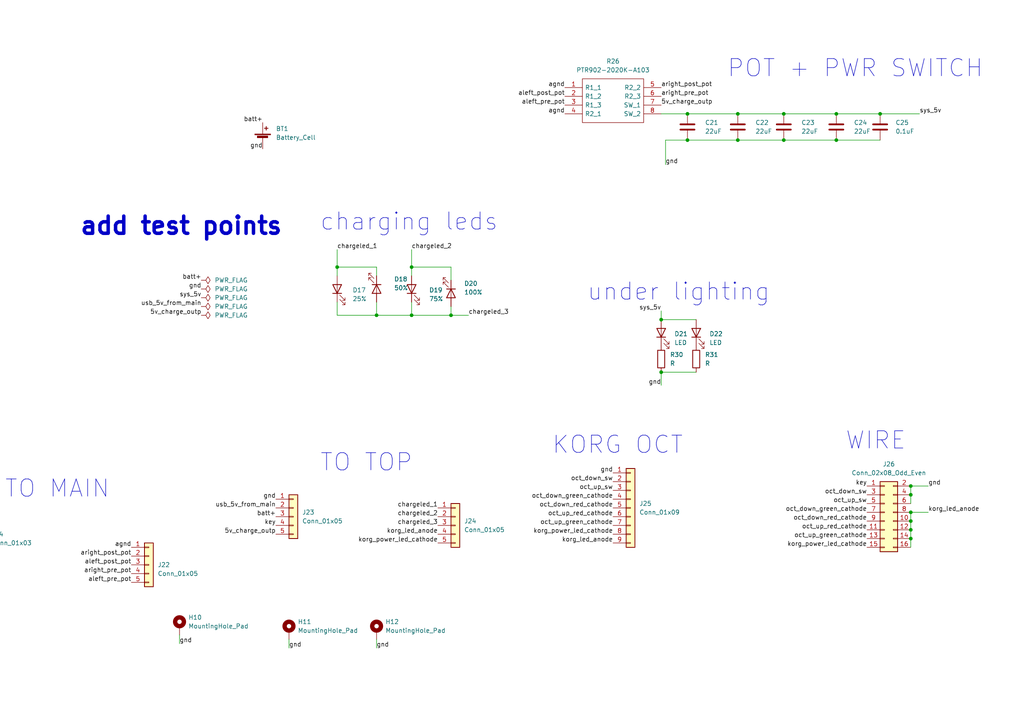
<source format=kicad_sch>
(kicad_sch (version 20211123) (generator eeschema)
  (paper "A4")
  (lib_symbols
    (symbol "Connector_Generic:Conn_01x03" (pin_names (offset 1.016) hide)
      (property "Reference" "J" (at 0 5.08 0))
      (property "Value" "Conn_01x03" (at 0 -5.08 0))
      (symbol "Conn_01x03_1_1"
        (rectangle (start -1.27 -2.413) (end 0 -2.667) (stroke (width 0.1524)))
        (rectangle (start -1.27 0.127) (end 0 -0.127) (stroke (width 0.1524)))
        (rectangle (start -1.27 2.667) (end 0 2.413) (stroke (width 0.1524)))
        (rectangle (start -1.27 3.81) (end 1.27 -3.81) (stroke (width 0.254)) (fill (type background)))
        (pin passive line (at -5.08 2.54 0) (length 3.81) (name "Pin_1") (number "1"))
        (pin passive line (at -5.08 0 0) (length 3.81) (name "Pin_2") (number "2"))
        (pin passive line (at -5.08 -2.54 0) (length 3.81) (name "Pin_3") (number "3"))
      )
    )
    (symbol "Connector_Generic:Conn_01x05" (pin_names (offset 1.016) hide)
      (property "Reference" "J" (at 0 7.62 0))
      (property "Value" "Conn_01x05" (at 0 -7.62 0))
      (symbol "Conn_01x05_1_1"
        (rectangle (start -1.27 -4.953) (end 0 -5.207) (stroke (width 0.1524)))
        (rectangle (start -1.27 -2.413) (end 0 -2.667) (stroke (width 0.1524)))
        (rectangle (start -1.27 0.127) (end 0 -0.127) (stroke (width 0.1524)))
        (rectangle (start -1.27 2.667) (end 0 2.413) (stroke (width 0.1524)))
        (rectangle (start -1.27 5.207) (end 0 4.953) (stroke (width 0.1524)))
        (rectangle (start -1.27 6.35) (end 1.27 -6.35) (stroke (width 0.254)) (fill (type background)))
        (pin passive line (at -5.08 5.08 0) (length 3.81) (name "Pin_1") (number "1"))
        (pin passive line (at -5.08 2.54 0) (length 3.81) (name "Pin_2") (number "2"))
        (pin passive line (at -5.08 0 0) (length 3.81) (name "Pin_3") (number "3"))
        (pin passive line (at -5.08 -2.54 0) (length 3.81) (name "Pin_4") (number "4"))
        (pin passive line (at -5.08 -5.08 0) (length 3.81) (name "Pin_5") (number "5"))
      )
    )
    (symbol "Connector_Generic:Conn_01x09" (pin_names (offset 1.016) hide)
      (property "Reference" "J" (at 0 12.7 0))
      (property "Value" "Conn_01x09" (at 0 -12.7 0))
      (symbol "Conn_01x09_1_1"
        (rectangle (start -1.27 -10.033) (end 0 -10.287) (stroke (width 0.1524)))
        (rectangle (start -1.27 -7.493) (end 0 -7.747) (stroke (width 0.1524)))
        (rectangle (start -1.27 -4.953) (end 0 -5.207) (stroke (width 0.1524)))
        (rectangle (start -1.27 -2.413) (end 0 -2.667) (stroke (width 0.1524)))
        (rectangle (start -1.27 0.127) (end 0 -0.127) (stroke (width 0.1524)))
        (rectangle (start -1.27 2.667) (end 0 2.413) (stroke (width 0.1524)))
        (rectangle (start -1.27 5.207) (end 0 4.953) (stroke (width 0.1524)))
        (rectangle (start -1.27 7.747) (end 0 7.493) (stroke (width 0.1524)))
        (rectangle (start -1.27 10.287) (end 0 10.033) (stroke (width 0.1524)))
        (rectangle (start -1.27 11.43) (end 1.27 -11.43) (stroke (width 0.254)) (fill (type background)))
        (pin passive line (at -5.08 10.16 0) (length 3.81) (name "Pin_1") (number "1"))
        (pin passive line (at -5.08 7.62 0) (length 3.81) (name "Pin_2") (number "2"))
        (pin passive line (at -5.08 5.08 0) (length 3.81) (name "Pin_3") (number "3"))
        (pin passive line (at -5.08 2.54 0) (length 3.81) (name "Pin_4") (number "4"))
        (pin passive line (at -5.08 0 0) (length 3.81) (name "Pin_5") (number "5"))
        (pin passive line (at -5.08 -2.54 0) (length 3.81) (name "Pin_6") (number "6"))
        (pin passive line (at -5.08 -5.08 0) (length 3.81) (name "Pin_7") (number "7"))
        (pin passive line (at -5.08 -7.62 0) (length 3.81) (name "Pin_8") (number "8"))
        (pin passive line (at -5.08 -10.16 0) (length 3.81) (name "Pin_9") (number "9"))
      )
    )
    (symbol "Connector_Generic:Conn_02x08_Odd_Even" (pin_names (offset 1.016) hide)
      (property "Reference" "J" (at 1.27 10.16 0))
      (property "Value" "Conn_02x08_Odd_Even" (at 1.27 -12.7 0))
      (symbol "Conn_02x08_Odd_Even_1_1"
        (rectangle (start -1.27 -10.033) (end 0 -10.287) (stroke (width 0.1524)))
        (rectangle (start -1.27 -7.493) (end 0 -7.747) (stroke (width 0.1524)))
        (rectangle (start -1.27 -4.953) (end 0 -5.207) (stroke (width 0.1524)))
        (rectangle (start -1.27 -2.413) (end 0 -2.667) (stroke (width 0.1524)))
        (rectangle (start -1.27 0.127) (end 0 -0.127) (stroke (width 0.1524)))
        (rectangle (start -1.27 2.667) (end 0 2.413) (stroke (width 0.1524)))
        (rectangle (start -1.27 5.207) (end 0 4.953) (stroke (width 0.1524)))
        (rectangle (start -1.27 7.747) (end 0 7.493) (stroke (width 0.1524)))
        (rectangle (start -1.27 8.89) (end 3.81 -11.43) (stroke (width 0.254)) (fill (type background)))
        (rectangle (start 3.81 -10.033) (end 2.54 -10.287) (stroke (width 0.1524)))
        (rectangle (start 3.81 -7.493) (end 2.54 -7.747) (stroke (width 0.1524)))
        (rectangle (start 3.81 -4.953) (end 2.54 -5.207) (stroke (width 0.1524)))
        (rectangle (start 3.81 -2.413) (end 2.54 -2.667) (stroke (width 0.1524)))
        (rectangle (start 3.81 0.127) (end 2.54 -0.127) (stroke (width 0.1524)))
        (rectangle (start 3.81 2.667) (end 2.54 2.413) (stroke (width 0.1524)))
        (rectangle (start 3.81 5.207) (end 2.54 4.953) (stroke (width 0.1524)))
        (rectangle (start 3.81 7.747) (end 2.54 7.493) (stroke (width 0.1524)))
        (pin passive line (at -5.08 7.62 0) (length 3.81) (name "Pin_1") (number "1"))
        (pin passive line (at 7.62 -2.54 180) (length 3.81) (name "Pin_10") (number "10"))
        (pin passive line (at -5.08 -5.08 0) (length 3.81) (name "Pin_11") (number "11"))
        (pin passive line (at 7.62 -5.08 180) (length 3.81) (name "Pin_12") (number "12"))
        (pin passive line (at -5.08 -7.62 0) (length 3.81) (name "Pin_13") (number "13"))
        (pin passive line (at 7.62 -7.62 180) (length 3.81) (name "Pin_14") (number "14"))
        (pin passive line (at -5.08 -10.16 0) (length 3.81) (name "Pin_15") (number "15"))
        (pin passive line (at 7.62 -10.16 180) (length 3.81) (name "Pin_16") (number "16"))
        (pin passive line (at 7.62 7.62 180) (length 3.81) (name "Pin_2") (number "2"))
        (pin passive line (at -5.08 5.08 0) (length 3.81) (name "Pin_3") (number "3"))
        (pin passive line (at 7.62 5.08 180) (length 3.81) (name "Pin_4") (number "4"))
        (pin passive line (at -5.08 2.54 0) (length 3.81) (name "Pin_5") (number "5"))
        (pin passive line (at 7.62 2.54 180) (length 3.81) (name "Pin_6") (number "6"))
        (pin passive line (at -5.08 0 0) (length 3.81) (name "Pin_7") (number "7"))
        (pin passive line (at 7.62 0 180) (length 3.81) (name "Pin_8") (number "8"))
        (pin passive line (at -5.08 -2.54 0) (length 3.81) (name "Pin_9") (number "9"))
      )
    )
    (symbol "Device:Battery_Cell" (pin_numbers hide) (pin_names (offset 0) hide)
      (property "Reference" "BT" (at 2.54 2.54 0))
      (property "Value" "Battery_Cell" (at 2.54 0 0))
      (symbol "Battery_Cell_0_1"
        (rectangle (start -2.286 1.778) (end 2.286 1.524) (fill (type outline)))
        (rectangle (start -1.5748 1.1938) (end 1.4732 0.6858) (fill (type outline)))
        (polyline (pts (xy 0 0.762) (xy 0 0)))
        (polyline (pts (xy 0 1.778) (xy 0 2.54)))
        (polyline (pts (xy 0.508 3.429) (xy 1.524 3.429)) (stroke (width 0.254)))
        (polyline (pts (xy 1.016 3.937) (xy 1.016 2.921)) (stroke (width 0.254)))
      )
      (symbol "Battery_Cell_1_1"
        (pin passive line (at 0 5.08 270) (length 2.54) (name "+") (number "1"))
        (pin passive line (at 0 -2.54 90) (length 2.54) (name "-") (number "2"))
      )
    )
    (symbol "Device:C" (pin_numbers hide) (pin_names (offset 0.254))
      (property "Reference" "C" (at 0.635 2.54 0))
      (property "Value" "C" (at 0.635 -2.54 0))
      (symbol "C_0_1"
        (polyline (pts (xy -2.032 -0.762) (xy 2.032 -0.762)) (stroke (width 0.508)))
        (polyline (pts (xy -2.032 0.762) (xy 2.032 0.762)) (stroke (width 0.508)))
      )
      (symbol "C_1_1"
        (pin passive line (at 0 3.81 270) (length 2.794) (name "~") (number "1"))
        (pin passive line (at 0 -3.81 90) (length 2.794) (name "~") (number "2"))
      )
    )
    (symbol "Device:LED" (pin_numbers hide) (pin_names (offset 1.016) hide)
      (property "Reference" "D" (at 0 2.54 0))
      (property "Value" "LED" (at 0 -2.54 0))
      (symbol "LED_0_1"
        (polyline (pts (xy -1.27 -1.27) (xy -1.27 1.27)) (stroke (width 0.254)))
        (polyline (pts (xy -1.27 0) (xy 1.27 0)))
        (polyline (pts (xy 1.27 -1.27) (xy 1.27 1.27) (xy -1.27 0) (xy 1.27 -1.27)) (stroke (width 0.254)))
        (polyline (pts (xy -3.048 -0.762) (xy -4.572 -2.286) (xy -3.81 -2.286) (xy -4.572 -2.286) (xy -4.572 -1.524)))
        (polyline (pts (xy -1.778 -0.762) (xy -3.302 -2.286) (xy -2.54 -2.286) (xy -3.302 -2.286) (xy -3.302 -1.524)))
      )
      (symbol "LED_1_1"
        (pin passive line (at -3.81 0 0) (length 2.54) (name "K") (number "1"))
        (pin passive line (at 3.81 0 180) (length 2.54) (name "A") (number "2"))
      )
    )
    (symbol "Device:R" (pin_numbers hide) (pin_names (offset 0))
      (property "Reference" "R" (at 2.032 0 90))
      (property "Value" "R" (at 0 0 90))
      (symbol "R_0_1"
        (rectangle (start -1.016 -2.54) (end 1.016 2.54) (stroke (width 0.254)))
      )
      (symbol "R_1_1"
        (pin passive line (at 0 3.81 270) (length 1.27) (name "~") (number "1"))
        (pin passive line (at 0 -3.81 90) (length 1.27) (name "~") (number "2"))
      )
    )
    (symbol "Mechanical:MountingHole_Pad" (pin_numbers hide) (pin_names (offset 1.016) hide)
      (property "Reference" "H" (at 0 6.35 0))
      (property "Value" "MountingHole_Pad" (at 0 4.445 0))
      (symbol "MountingHole_Pad_0_1"
        (circle (center 0 1.27) (radius 1.27) (stroke (width 1.27)))
      )
      (symbol "MountingHole_Pad_1_1"
        (pin input line (at 0 -2.54 90) (length 2.54) (name "1") (number "1"))
      )
    )
    (symbol "SamacSys_Parts:PTR902-2020K-A103" (pin_names (offset 0.762))
      (property "Reference" "R" (at 24.13 7.62 0))
      (property "Value" "PTR902-2020K-A103" (at 24.13 5.08 0))
      (symbol "PTR902-2020K-A103_0_0"
        (pin passive line (at 0 0 0) (length 5.08) (name "R1_1") (number "1"))
        (pin passive line (at 0 -2.54 0) (length 5.08) (name "R1_2") (number "2"))
        (pin passive line (at 0 -5.08 0) (length 5.08) (name "R1_3") (number "3"))
        (pin passive line (at 0 -7.62 0) (length 5.08) (name "R2_1") (number "4"))
        (pin passive line (at 27.94 0 180) (length 5.08) (name "R2_2") (number "5"))
        (pin passive line (at 27.94 -2.54 180) (length 5.08) (name "R2_3") (number "6"))
        (pin passive line (at 27.94 -5.08 180) (length 5.08) (name "SW_1") (number "7"))
        (pin passive line (at 27.94 -7.62 180) (length 5.08) (name "SW_2") (number "8"))
      )
      (symbol "PTR902-2020K-A103_0_1"
        (polyline (pts (xy 5.08 2.54) (xy 22.86 2.54) (xy 22.86 -10.16) (xy 5.08 -10.16) (xy 5.08 2.54)) (stroke (width 0.1524)))
      )
    )
    (symbol "power:PWR_FLAG" (power) (pin_numbers hide) (pin_names (offset 0) hide)
      (property "Value" "PWR_FLAG" (at 0 3.81 0))
      (symbol "PWR_FLAG_0_0"
        (pin power_out line (at 0 0 90) (length 0) (name "pwr") (number "1"))
      )
      (symbol "PWR_FLAG_0_1"
        (polyline (pts (xy 0 0) (xy 0 1.27) (xy -1.016 1.905) (xy 0 2.54) (xy 1.016 1.905) (xy 0 1.27)))
      )
    )
  )
  (junction (at 264.16 156.21))
  (junction (at 264.16 151.13))
  (junction (at 191.77 107.95))
  (junction (at 213.995 33.02))
  (junction (at 213.995 40.64))
  (junction (at 119.38 77.47))
  (junction (at 199.39 33.02))
  (junction (at 227.33 33.02))
  (junction (at 199.39 40.64))
  (junction (at 109.22 91.44))
  (junction (at 264.16 153.67))
  (junction (at 97.79 77.47))
  (junction (at 191.77 92.71))
  (junction (at 242.57 33.02))
  (junction (at 130.81 91.44))
  (junction (at 242.57 40.64))
  (junction (at 227.33 40.64))
  (junction (at 264.16 143.51))
  (junction (at 255.27 33.02))
  (junction (at 119.38 91.44))
  (junction (at 264.16 148.59))
  (junction (at 264.16 140.97))
  (wire (pts (xy 191.77 90.17) (xy 191.77 92.71)))
  (wire (pts (xy 97.79 87.63) (xy 97.79 91.44)))
  (wire (pts (xy 264.16 143.51) (xy 264.16 146.05)))
  (wire (pts (xy 119.38 91.44) (xy 130.81 91.44)))
  (wire (pts (xy 191.77 92.71) (xy 201.93 92.71)))
  (wire (pts (xy 255.27 33.02) (xy 242.57 33.02)))
  (wire (pts (xy 269.24 148.59) (xy 264.16 148.59)))
  (wire (pts (xy 227.33 33.02) (xy 213.995 33.02)))
  (wire (pts (xy 255.27 40.64) (xy 242.57 40.64)))
  (wire (pts (xy 191.77 107.95) (xy 201.93 107.95)))
  (wire (pts (xy 109.22 91.44) (xy 119.38 91.44)))
  (wire (pts (xy 109.22 187.96) (xy 109.22 185.42)))
  (wire (pts (xy 213.995 33.02) (xy 199.39 33.02)))
  (wire (pts (xy 213.995 40.64) (xy 199.39 40.64)))
  (wire (pts (xy 119.38 87.63) (xy 119.38 91.44)))
  (wire (pts (xy 109.22 77.47) (xy 97.79 77.47)))
  (wire (pts (xy 242.57 40.64) (xy 227.33 40.64)))
  (wire (pts (xy 227.33 40.64) (xy 213.995 40.64)))
  (wire (pts (xy 109.22 80.01) (xy 109.22 77.47)))
  (wire (pts (xy 119.38 72.39) (xy 119.38 77.47)))
  (wire (pts (xy 97.79 91.44) (xy 109.22 91.44)))
  (wire (pts (xy 193.04 40.64) (xy 193.04 47.752)))
  (wire (pts (xy 130.81 88.9) (xy 130.81 91.44)))
  (wire (pts (xy 264.16 153.67) (xy 264.16 156.21)))
  (wire (pts (xy 130.81 81.28) (xy 130.81 77.47)))
  (wire (pts (xy 242.57 33.02) (xy 227.33 33.02)))
  (wire (pts (xy 191.77 111.76) (xy 191.77 107.95)))
  (wire (pts (xy 119.38 77.47) (xy 130.81 77.47)))
  (wire (pts (xy 264.16 140.97) (xy 264.16 143.51)))
  (wire (pts (xy 269.24 140.97) (xy 264.16 140.97)))
  (wire (pts (xy 97.79 77.47) (xy 97.79 72.39)))
  (wire (pts (xy 264.16 156.21) (xy 264.16 158.75)))
  (wire (pts (xy 52.07 186.69) (xy 52.07 184.15)))
  (wire (pts (xy 130.81 91.44) (xy 135.89 91.44)))
  (wire (pts (xy 199.39 40.64) (xy 193.04 40.64)))
  (wire (pts (xy 191.77 33.02) (xy 199.39 33.02)))
  (wire (pts (xy 264.16 151.13) (xy 264.16 153.67)))
  (wire (pts (xy 119.38 77.47) (xy 119.38 80.01)))
  (wire (pts (xy 83.82 187.96) (xy 83.82 185.42)))
  (wire (pts (xy 97.79 80.01) (xy 97.79 77.47)))
  (wire (pts (xy 266.7 33.02) (xy 255.27 33.02)))
  (wire (pts (xy 109.22 87.63) (xy 109.22 91.44)))
  (wire (pts (xy 264.16 148.59) (xy 264.16 151.13)))
  (text "under lighting" (at 170.18 87.63 0) (effects (font (size 5 5)) (justify left bottom)))
  (text "add test points" (at 22.86 68.58 0) (effects (font (size 5 5) (thickness 1) bold) (justify left bottom)))
  (text "TO MAIN" (at 1.27 144.78 0) (effects (font (size 5 5)) (justify left bottom)))
  (text "charging leds" (at 92.71 67.31 0) (effects (font (size 5 5)) (justify left bottom)))
  (text "WIRE" (at 245.11 130.81 0) (effects (font (size 5 5)) (justify left bottom)))
  (text "TO TOP" (at 92.71 137.16 0) (effects (font (size 5 5)) (justify left bottom)))
  (text "KORG OCT" (at 160.02 132.08 0) (effects (font (size 5 5)) (justify left bottom)))
  (text "POT + PWR SWITCH" (at 210.82 22.86 0) (effects (font (size 5 5)) (justify left bottom)))
  (label "usb_5v_from_main" (at 80.01 147.32 180))
  (label "oct_down_red_cathode" (at 251.46 151.13 180))
  (label "sys_5v" (at 58.42 86.36 180))
  (label "aright_pre_pot" (at 191.77 27.94 0))
  (label "oct_up_green_cathode" (at 251.46 156.21 180))
  (label "batt+" (at 76.2 35.56 180))
  (label "agnd" (at 38.1 158.75 180))
  (label "gnd" (at 109.22 187.96 0))
  (label "aright_pre_pot" (at 38.1 166.37 180))
  (label "gnd" (at -11.43 152.4 180))
  (label "aleft_post_pot" (at 38.1 163.83 180))
  (label "aright_post_pot" (at 191.77 25.4 0))
  (label "oct_down_sw" (at 177.8 139.7 180))
  (label "oct_up_sw" (at 177.8 142.24 180))
  (label "korg_led_anode" (at 127 154.94 180))
  (label "korg_led_anode" (at 269.24 148.59 0))
  (label "oct_down_sw" (at 251.46 143.51 180))
  (label "korg_power_led_cathode" (at 127 157.48 180))
  (label "korg_power_led_cathode" (at 251.46 158.75 180))
  (label "chargeled_2" (at 127 149.86 180))
  (label "aleft_pre_pot" (at 38.1 168.91 180))
  (label "usb_5v_from_main" (at -11.43 154.94 180))
  (label "aleft_pre_pot" (at 163.83 30.48 180))
  (label "chargeled_1" (at 127 147.32 180))
  (label "oct_up_green_cathode" (at 177.8 152.4 180))
  (label "sys_5v" (at 191.77 90.17 180))
  (label "gnd" (at 193.04 47.752 0))
  (label "gnd" (at 269.24 140.97 0))
  (label "gnd" (at 191.77 111.76 180))
  (label "5v_charge_outp" (at 58.42 91.44 180))
  (label "agnd" (at 163.83 25.4 180))
  (label "usb_5v_from_main" (at 58.42 88.9 180))
  (label "chargeled_3" (at 135.89 91.44 0))
  (label "oct_up_sw" (at 251.46 146.05 180))
  (label "gnd" (at 177.8 137.16 180))
  (label "chargeled_2" (at 119.38 72.39 0))
  (label "chargeled_1" (at 97.79 72.39 0))
  (label "oct_down_red_cathode" (at 177.8 147.32 180))
  (label "aright_post_pot" (at 38.1 161.29 180))
  (label "oct_down_green_cathode" (at 177.8 144.78 180))
  (label "korg_led_anode" (at 177.8 157.48 180))
  (label "aleft_post_pot" (at 163.83 27.94 180))
  (label "chargeled_3" (at 127 152.4 180))
  (label "key" (at 251.46 140.97 180))
  (label "gnd" (at 76.2 43.18 180))
  (label "key" (at 80.01 152.4 180))
  (label "oct_up_red_cathode" (at 251.46 153.67 180))
  (label "batt+" (at 80.01 149.86 180))
  (label "oct_down_green_cathode" (at 251.46 148.59 180))
  (label "batt+" (at 58.42 81.28 180))
  (label "sys_5v" (at -11.43 157.48 180))
  (label "oct_up_red_cathode" (at 177.8 149.86 180))
  (label "korg_power_led_cathode" (at 177.8 154.94 180))
  (label "sys_5v" (at 266.7 33.02 0))
  (label "gnd" (at 80.01 144.78 180))
  (label "5v_charge_outp" (at 80.01 154.94 180))
  (label "gnd" (at 83.82 187.96 0))
  (label "gnd" (at 52.07 186.69 0))
  (label "gnd" (at 58.42 83.82 180))
  (label "5v_charge_outp" (at 191.77 30.48 0))
  (label "agnd" (at 163.83 33.02 180))
  (symbol (lib_id "Connector_Generic:Conn_01x05") (at 132.08 152.4 0) (unit 1)
    (property "Reference" "J24" (at 134.62 151.1299 0) (effects (justify left)))
    (property "Value" "Conn_01x05" (at 134.62 153.6699 0) (effects (justify left)))
    (property "Footprint" "Connector_PinSocket_2.54mm:PinSocket_1x05_P2.54mm_Vertical" (effects hide))
  )
  (symbol (lib_id "Connector_Generic:Conn_01x05") (at 85.09 149.86 0) (unit 1)
    (property "Reference" "J23" (at 87.63 148.5899 0) (effects (justify left)))
    (property "Value" "Conn_01x05" (at 87.63 151.1299 0) (effects (justify left)))
    (property "Footprint" "Connector_PinSocket_2.54mm:PinSocket_1x05_P2.54mm_Vertical" (effects hide))
  )
  (symbol (lib_id "power:PWR_FLAG") (at 58.42 91.44 270) (unit 1)
    (property "Reference" "#FLG06" (effects hide))
    (property "Value" "PWR_FLAG" (at 62.23 91.4399 90) (effects (justify left)))
  )
  (symbol (lib_id "Connector_Generic:Conn_02x08_Odd_Even") (at 256.54 148.59 0) (unit 1)
    (property "Reference" "J26" (at 257.81 134.62 0))
    (property "Value" "Conn_02x08_Odd_Even" (at 257.81 137.16 0))
    (property "Footprint" "Connector_PinHeader_2.54mm:PinHeader_2x08_P2.54mm_Vertical" (effects hide))
  )
  (symbol (lib_id "Device:C") (at 199.39 36.83 0) (unit 1)
    (property "Reference" "C21" (at 204.47 35.5599 0) (effects (justify left)))
    (property "Value" "22uF" (at 204.47 38.0999 0) (effects (justify left)))
    (property "Footprint" "Capacitor_SMD:C_1206_3216Metric" (effects hide))
    (property "verif" "1" (effects hide))
  )
  (symbol (lib_id "Device:R") (at 201.93 104.14 0) (unit 1) (in_bom no)
    (property "Reference" "R31" (at 204.47 102.8699 0) (effects (justify left)))
    (property "Value" "R" (at 204.47 105.4099 0) (effects (justify left)))
    (property "Footprint" "Resistor_THT:R_Axial_DIN0207_L6.3mm_D2.5mm_P10.16mm_Horizontal" (effects hide))
  )
  (symbol (lib_id "Device:C") (at 255.27 36.83 0) (unit 1)
    (property "Reference" "C25" (at 259.715 35.5599 0) (effects (justify left)))
    (property "Value" "0.1uF" (at 259.715 38.0999 0) (effects (justify left)))
    (property "Footprint" "Capacitor_SMD:C_0805_2012Metric" (effects hide))
    (property "LCSC part number" "C49678" (effects hide))
    (property "verif" "1" (effects hide))
    (property "LCSC" "C49678" (effects hide))
  )
  (symbol (lib_id "Device:LED") (at 191.77 96.52 90) (unit 1)
    (property "Reference" "D21" (at 195.58 96.8374 90) (effects (justify right)))
    (property "Value" "LED" (at 195.58 99.3774 90) (effects (justify right)))
    (property "Footprint" "clarinoid2:LED_D5.0mm_withbottomtext" (effects hide))
  )
  (symbol (lib_id "Connector_Generic:Conn_01x09") (at 182.88 147.32 0) (unit 1) (in_bom no)
    (property "Reference" "J25" (at 185.42 146.0499 0) (effects (justify left)))
    (property "Value" "Conn_01x09" (at 185.42 148.5899 0) (effects (justify left)))
    (property "Footprint" "Connector_JST:JST_PH_B9B-PH-K_1x09_P2.00mm_Vertical" (effects hide))
  )
  (symbol (lib_id "Connector_Generic:Conn_01x05") (at 43.18 163.83 0) (unit 1)
    (property "Reference" "J22" (at 45.72 163.8299 0) (effects (justify left)))
    (property "Value" "Conn_01x05" (at 45.72 166.3699 0) (effects (justify left)))
    (property "Footprint" "Connector_JST:JST_PH_B5B-PH-K_1x05_P2.00mm_Vertical" (effects hide))
  )
  (symbol (lib_id "Device:R") (at 191.77 104.14 0) (unit 1) (in_bom no)
    (property "Reference" "R30" (at 194.31 102.8699 0) (effects (justify left)))
    (property "Value" "R" (at 194.31 105.4099 0) (effects (justify left)))
    (property "Footprint" "Resistor_THT:R_Axial_DIN0207_L6.3mm_D2.5mm_P10.16mm_Horizontal" (effects hide))
  )
  (symbol (lib_id "Mechanical:MountingHole_Pad") (at 83.82 182.88 0) (unit 1) (in_bom no)
    (property "Reference" "H11" (at 86.36 180.3399 0) (effects (justify left)))
    (property "Value" "MountingHole_Pad" (at 86.36 182.8799 0) (effects (justify left)))
    (property "Footprint" "MountingHole:MountingHole_3.2mm_M3_Pad_Via" (effects hide))
  )
  (symbol (lib_id "power:PWR_FLAG") (at 58.42 86.36 270) (unit 1)
    (property "Reference" "#FLG04" (effects hide))
    (property "Value" "PWR_FLAG" (at 62.23 86.3599 90) (effects (justify left)))
  )
  (symbol (lib_id "Device:LED") (at 119.38 83.82 90) (unit 1)
    (property "Reference" "D19" (at 124.46 84.1374 90) (effects (justify right)))
    (property "Value" "75%" (at 124.46 86.6774 90) (effects (justify right)))
    (property "Footprint" "LED_SMD:LED_0805_2012Metric" (effects hide))
    (property "LCSC part number" "C264424" (effects hide))
    (property "verif" "1" (effects hide))
    (property "LCSC" "C264424" (effects hide))
  )
  (symbol (lib_id "power:PWR_FLAG") (at 58.42 81.28 270) (unit 1)
    (property "Reference" "#FLG02" (effects hide))
    (property "Value" "PWR_FLAG" (at 62.23 81.2799 90) (effects (justify left)))
  )
  (symbol (lib_id "Device:LED") (at 130.81 85.09 270) (unit 1)
    (property "Reference" "D20" (at 134.62 82.2324 90) (effects (justify left)))
    (property "Value" "100%" (at 134.62 84.7724 90) (effects (justify left)))
    (property "Footprint" "LED_SMD:LED_0805_2012Metric" (effects hide))
    (property "LCSC part number" "C264424" (effects hide))
    (property "verif" "1" (effects hide))
    (property "LCSC" "C264424" (effects hide))
  )
  (symbol (lib_id "Device:Battery_Cell") (at 76.2 40.64 0) (unit 1) (in_bom no)
    (property "Reference" "BT1" (at 80.01 37.3379 0) (effects (justify left)))
    (property "Value" "Battery_Cell" (at 80.01 39.8779 0) (effects (justify left)))
    (property "Footprint" "Battery:BatteryHolder_Keystone_1042_1x18650" (effects hide))
  )
  (symbol (lib_id "power:PWR_FLAG") (at 58.42 88.9 270) (unit 1)
    (property "Reference" "#FLG05" (effects hide))
    (property "Value" "PWR_FLAG" (at 62.23 88.8999 90) (effects (justify left)))
  )
  (symbol (lib_id "Device:C") (at 227.33 36.83 0) (unit 1)
    (property "Reference" "C23" (at 232.41 35.5599 0) (effects (justify left)))
    (property "Value" "22uF" (at 232.41 38.0999 0) (effects (justify left)))
    (property "Footprint" "Capacitor_SMD:C_1206_3216Metric" (effects hide))
    (property "verif" "1" (effects hide))
  )
  (symbol (lib_id "Device:LED") (at 201.93 96.52 90) (unit 1)
    (property "Reference" "D22" (at 205.74 96.8374 90) (effects (justify right)))
    (property "Value" "LED" (at 205.74 99.3774 90) (effects (justify right)))
    (property "Footprint" "clarinoid2:LED_D5.0mm_withbottomtext" (effects hide))
  )
  (symbol (lib_id "Mechanical:MountingHole_Pad") (at 109.22 182.88 0) (unit 1) (in_bom no)
    (property "Reference" "H12" (at 111.76 180.3399 0) (effects (justify left)))
    (property "Value" "MountingHole_Pad" (at 111.76 182.8799 0) (effects (justify left)))
    (property "Footprint" "MountingHole:MountingHole_3.2mm_M3_Pad_Via" (effects hide))
  )
  (symbol (lib_id "SamacSys_Parts:PTR902-2020K-A103") (at 163.83 25.4 0) (unit 1) (in_bom no)
    (property "Reference" "R26" (at 177.8 17.78 0))
    (property "Value" "PTR902-2020K-A103" (at 177.8 20.32 0))
    (property "Footprint" "clarinoid2:bourns PTR902-2020K-A103" (effects hide))
    (property "Datasheet" "http://www.bourns.com/docs/Product-Datasheets/PTR90.pdf" (effects hide))
    (property "Description" "Potentiometers 10K AUDIO" (effects hide))
    (property "Mouser Part Number" "652-PTR902-2020KA103" (effects hide))
    (property "Mouser Price/Stock" "https://www.mouser.co.uk/ProductDetail/Bourns/PTR902-2020K-A103?qs=Qzws7J6gxqzqq9dgeyqnag%3D%3D" (effects hide))
    (property "Manufacturer_Name" "Bourns" (effects hide))
    (property "Manufacturer_Part_Number" "PTR902-2020K-A103" (effects hide))
    (property "verif" "1" (effects hide))
  )
  (symbol (lib_id "Device:C") (at 242.57 36.83 0) (unit 1)
    (property "Reference" "C24" (at 247.65 35.5599 0) (effects (justify left)))
    (property "Value" "22uF" (at 247.65 38.0999 0) (effects (justify left)))
    (property "Footprint" "Capacitor_SMD:C_1206_3216Metric" (effects hide))
    (property "verif" "1" (effects hide))
  )
  (symbol (lib_id "Mechanical:MountingHole_Pad") (at 52.07 181.61 0) (unit 1) (in_bom no)
    (property "Reference" "H10" (at 54.61 179.0699 0) (effects (justify left)))
    (property "Value" "MountingHole_Pad" (at 54.61 181.6099 0) (effects (justify left)))
    (property "Footprint" "MountingHole:MountingHole_3.2mm_M3_Pad_Via" (effects hide))
  )
  (symbol (lib_id "power:PWR_FLAG") (at 58.42 83.82 270) (unit 1)
    (property "Reference" "#FLG03" (effects hide))
    (property "Value" "PWR_FLAG" (at 62.23 83.8199 90) (effects (justify left)))
  )
  (symbol (lib_id "Device:C") (at 213.995 36.83 0) (unit 1)
    (property "Reference" "C22" (at 219.075 35.5599 0) (effects (justify left)))
    (property "Value" "22uF" (at 219.075 38.0999 0) (effects (justify left)))
    (property "Footprint" "Capacitor_SMD:C_1206_3216Metric" (effects hide))
    (property "verif" "1" (effects hide))
  )
  (symbol (lib_id "Connector_Generic:Conn_01x03") (at -6.35 154.94 0) (unit 1)
    (property "Reference" "J34" (at -2.54 154.9399 0) (effects (justify left)))
    (property "Value" "Conn_01x03" (at -2.54 157.4799 0) (effects (justify left)))
    (property "Footprint" "Connector_JST:JST_PH_B3B-PH-K_1x03_P2.00mm_Vertical" (effects hide))
  )
  (symbol (lib_id "Device:LED") (at 97.79 83.82 90) (unit 1)
    (property "Reference" "D17" (at 102.235 84.1374 90) (effects (justify right)))
    (property "Value" "25%" (at 102.235 86.6774 90) (effects (justify right)))
    (property "Footprint" "LED_SMD:LED_0805_2012Metric" (effects hide))
    (property "LCSC part number" "C264424" (effects hide))
    (property "verif" "1" (effects hide))
    (property "LCSC" "C264424" (effects hide))
  )
  (symbol (lib_id "Device:LED") (at 109.22 83.82 270) (unit 1)
    (property "Reference" "D18" (at 114.3 80.9624 90) (effects (justify left)))
    (property "Value" "50%" (at 114.3 83.5024 90) (effects (justify left)))
    (property "Footprint" "LED_SMD:LED_0805_2012Metric" (effects hide))
    (property "LCSC part number" "C264424" (effects hide))
    (property "verif" "1" (effects hide))
    (property "LCSC" "C264424" (effects hide))
  )
)
</source>
